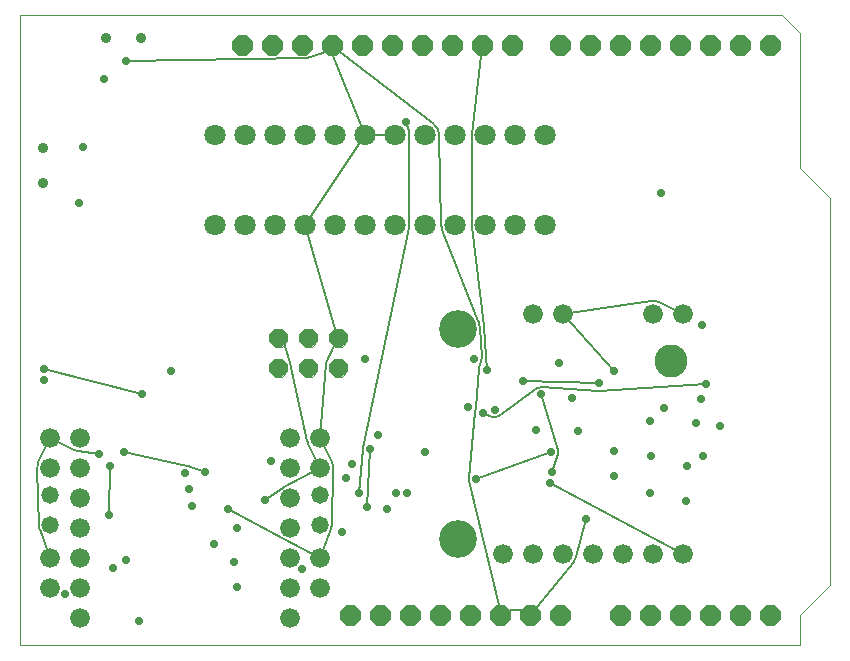
<source format=gbr>
%FSLAX44Y44*%
%OFA0.0000B0.0000*%
%SFA1B1*%
%MOMM*%
%ADD40C,0.0010X0.0000*%
%ADD41C,0.1524X0.0000*%
%ADD43C,0.0000X0.0000*%
%ADD56C,0.7000X0.0000*%
%ADD57C,0.9000X0.0000*%
%ADD58C,1.6764X0.0000*%
%ADD59C,3.2000X0.0000*%
%ADD60C,2.8000X0.0000*%
%ADD61C,1.3970X0.0000*%
%ADD62C,1.4732X0.0000*%
%ADD63C,1.8000X0.0000*%
%LNBOTTOM342*%
%LPD*%
G36*
X525018Y511472D2*
X529928Y516382D1*
X536872Y516382D1*
X541782Y511472D1*
X541782Y504528D1*
X536872Y499618D1*
X529928Y499618D1*
X525018Y504528D1*
X525018Y511472D1*
G37*
%LNBOTTOM343*%
%LPD*%
G36*
X499618Y28872D2*
X504528Y33782D1*
X511472Y33782D1*
X516382Y28872D1*
X516382Y21928D1*
X511472Y17018D1*
X504528Y17018D1*
X499618Y21928D1*
X499618Y28872D1*
G37*
%LNBOTTOM344*%
%LPD*%
G36*
X550418Y511472D2*
X555328Y516382D1*
X562272Y516382D1*
X567182Y511472D1*
X567182Y504528D1*
X562272Y499618D1*
X555328Y499618D1*
X550418Y504528D1*
X550418Y511472D1*
G37*
%LNBOTTOM345*%
%LPD*%
G36*
X575818Y511472D2*
X580728Y516382D1*
X587672Y516382D1*
X592582Y511472D1*
X592582Y504528D1*
X587672Y499618D1*
X580728Y499618D1*
X575818Y504528D1*
X575818Y511472D1*
G37*
%LNBOTTOM346*%
%LPD*%
G36*
X601218Y511472D2*
X606128Y516382D1*
X613072Y516382D1*
X617982Y511472D1*
X617982Y504528D1*
X613072Y499618D1*
X606128Y499618D1*
X601218Y504528D1*
X601218Y511472D1*
G37*
%LNBOTTOM347*%
%LPD*%
G36*
X626618Y511472D2*
X631528Y516382D1*
X638472Y516382D1*
X643382Y511472D1*
X643382Y504528D1*
X638472Y499618D1*
X631528Y499618D1*
X626618Y504528D1*
X626618Y511472D1*
G37*
%LNBOTTOM348*%
%LPD*%
G36*
X499618Y511472D2*
X504528Y516382D1*
X511472Y516382D1*
X516382Y511472D1*
X516382Y504528D1*
X511472Y499618D1*
X504528Y499618D1*
X499618Y504528D1*
X499618Y511472D1*
G37*
%LNBOTTOM349*%
%LPD*%
G36*
X474218Y511472D2*
X479128Y516382D1*
X486072Y516382D1*
X490982Y511472D1*
X490982Y504528D1*
X486072Y499618D1*
X479128Y499618D1*
X474218Y504528D1*
X474218Y511472D1*
G37*
%LNBOTTOM350*%
%LPD*%
G36*
X448818Y511472D2*
X453728Y516382D1*
X460672Y516382D1*
X465582Y511472D1*
X465582Y504528D1*
X460672Y499618D1*
X453728Y499618D1*
X448818Y504528D1*
X448818Y511472D1*
G37*
%LNBOTTOM351*%
%LPD*%
G36*
X408178Y511472D2*
X413088Y516382D1*
X420032Y516382D1*
X424942Y511472D1*
X424942Y504528D1*
X420032Y499618D1*
X413088Y499618D1*
X408178Y504528D1*
X408178Y511472D1*
G37*
%LNBOTTOM352*%
%LPD*%
G36*
X382778Y511472D2*
X387688Y516382D1*
X394632Y516382D1*
X399542Y511472D1*
X399542Y504528D1*
X394632Y499618D1*
X387688Y499618D1*
X382778Y504528D1*
X382778Y511472D1*
G37*
%LNBOTTOM353*%
%LPD*%
G36*
X357378Y511472D2*
X362288Y516382D1*
X369232Y516382D1*
X374142Y511472D1*
X374142Y504528D1*
X369232Y499618D1*
X362288Y499618D1*
X357378Y504528D1*
X357378Y511472D1*
G37*
%LNBOTTOM354*%
%LPD*%
G36*
X331978Y511472D2*
X336888Y516382D1*
X343832Y516382D1*
X348742Y511472D1*
X348742Y504528D1*
X343832Y499618D1*
X336888Y499618D1*
X331978Y504528D1*
X331978Y511472D1*
G37*
%LNBOTTOM355*%
%LPD*%
G36*
X306578Y511472D2*
X311488Y516382D1*
X318432Y516382D1*
X323342Y511472D1*
X323342Y504528D1*
X318432Y499618D1*
X311488Y499618D1*
X306578Y504528D1*
X306578Y511472D1*
G37*
%LNBOTTOM356*%
%LPD*%
G36*
X281178Y511472D2*
X286088Y516382D1*
X293032Y516382D1*
X297942Y511472D1*
X297942Y504528D1*
X293032Y499618D1*
X286088Y499618D1*
X281178Y504528D1*
X281178Y511472D1*
G37*
%LNBOTTOM357*%
%LPD*%
G36*
X255778Y511472D2*
X260688Y516382D1*
X267632Y516382D1*
X272542Y511472D1*
X272542Y504528D1*
X267632Y499618D1*
X260688Y499618D1*
X255778Y504528D1*
X255778Y511472D1*
G37*
%LNBOTTOM358*%
%LPD*%
G36*
X230378Y511472D2*
X235288Y516382D1*
X242232Y516382D1*
X247142Y511472D1*
X247142Y504528D1*
X242232Y499618D1*
X235288Y499618D1*
X230378Y504528D1*
X230378Y511472D1*
G37*
%LNBOTTOM359*%
%LPD*%
G36*
X525018Y28872D2*
X529928Y33782D1*
X536872Y33782D1*
X541782Y28872D1*
X541782Y21928D1*
X536872Y17018D1*
X529928Y17018D1*
X525018Y21928D1*
X525018Y28872D1*
G37*
%LNBOTTOM360*%
%LPD*%
G36*
X550418Y28872D2*
X555328Y33782D1*
X562272Y33782D1*
X567182Y28872D1*
X567182Y21928D1*
X562272Y17018D1*
X555328Y17018D1*
X550418Y21928D1*
X550418Y28872D1*
G37*
%LNBOTTOM361*%
%LPD*%
G36*
X575818Y28872D2*
X580728Y33782D1*
X587672Y33782D1*
X592582Y28872D1*
X592582Y21928D1*
X587672Y17018D1*
X580728Y17018D1*
X575818Y21928D1*
X575818Y28872D1*
G37*
%LNBOTTOM362*%
%LPD*%
G36*
X601218Y28872D2*
X606128Y33782D1*
X613072Y33782D1*
X617982Y28872D1*
X617982Y21928D1*
X613072Y17018D1*
X606128Y17018D1*
X601218Y21928D1*
X601218Y28872D1*
G37*
%LNBOTTOM363*%
%LPD*%
G36*
X626618Y28872D2*
X631528Y33782D1*
X638472Y33782D1*
X643382Y28872D1*
X643382Y21928D1*
X638472Y17018D1*
X631528Y17018D1*
X626618Y21928D1*
X626618Y28872D1*
G37*
%LNBOTTOM364*%
%LPD*%
G36*
X448818Y28872D2*
X453728Y33782D1*
X460672Y33782D1*
X465582Y28872D1*
X465582Y21928D1*
X460672Y17018D1*
X453728Y17018D1*
X448818Y21928D1*
X448818Y28872D1*
G37*
%LNBOTTOM365*%
%LPD*%
G36*
X423418Y28872D2*
X428328Y33782D1*
X435272Y33782D1*
X440182Y28872D1*
X440182Y21928D1*
X435272Y17018D1*
X428328Y17018D1*
X423418Y21928D1*
X423418Y28872D1*
G37*
%LNBOTTOM366*%
%LPD*%
G36*
X398018Y28872D2*
X402928Y33782D1*
X409872Y33782D1*
X414782Y28872D1*
X414782Y21928D1*
X409872Y17018D1*
X402928Y17018D1*
X398018Y21928D1*
X398018Y28872D1*
G37*
%LNBOTTOM367*%
%LPD*%
G36*
X372618Y28872D2*
X377528Y33782D1*
X384472Y33782D1*
X389382Y28872D1*
X389382Y21928D1*
X384472Y17018D1*
X377528Y17018D1*
X372618Y21928D1*
X372618Y28872D1*
G37*
%LNBOTTOM368*%
%LPD*%
G36*
X347218Y28872D2*
X352128Y33782D1*
X359072Y33782D1*
X363982Y28872D1*
X363982Y21928D1*
X359072Y17018D1*
X352128Y17018D1*
X347218Y21928D1*
X347218Y28872D1*
G37*
%LNBOTTOM369*%
%LPD*%
G36*
X321818Y28872D2*
X326728Y33782D1*
X333672Y33782D1*
X338582Y28872D1*
X338582Y21928D1*
X333672Y17018D1*
X326728Y17018D1*
X321818Y21928D1*
X321818Y28872D1*
G37*
%LNBOTTOM370*%
%LPD*%
G36*
X204978Y511472D2*
X209888Y516382D1*
X216832Y516382D1*
X221742Y511472D1*
X221742Y504528D1*
X216832Y499618D1*
X209888Y499618D1*
X204978Y504528D1*
X204978Y511472D1*
G37*
%LNBOTTOM371*%
%LPD*%
G36*
X179578Y511472D2*
X184488Y516382D1*
X191432Y516382D1*
X196342Y511472D1*
X196342Y504528D1*
X191432Y499618D1*
X184488Y499618D1*
X179578Y504528D1*
X179578Y511472D1*
G37*
%LNBOTTOM372*%
%LPD*%
G36*
X296418Y28872D2*
X301328Y33782D1*
X308272Y33782D1*
X313182Y28872D1*
X313182Y21928D1*
X308272Y17018D1*
X301328Y17018D1*
X296418Y21928D1*
X296418Y28872D1*
G37*
%LNBOTTOM373*%
%LPD*%
G36*
X271018Y28872D2*
X275928Y33782D1*
X282872Y33782D1*
X287782Y28872D1*
X287782Y21928D1*
X282872Y17018D1*
X275928Y17018D1*
X271018Y21928D1*
X271018Y28872D1*
G37*
%LNBOTTOM374*%
%LPD*%
G36*
X210900Y238073D2*
X215317Y242490D1*
X221563Y242490D1*
X225980Y238073D1*
X225980Y231827D1*
X221563Y227410D1*
X215317Y227410D1*
X210900Y231827D1*
X210900Y238073D1*
G37*
%LNBOTTOM375*%
%LPD*%
G36*
X210900Y263473D2*
X215317Y267890D1*
X221563Y267890D1*
X225980Y263473D1*
X225980Y257227D1*
X221563Y252810D1*
X215317Y252810D1*
X210900Y257227D1*
X210900Y263473D1*
G37*
%LNBOTTOM376*%
%LPD*%
G36*
X236300Y238073D2*
X240717Y242490D1*
X246963Y242490D1*
X251380Y238073D1*
X251380Y231827D1*
X246963Y227410D1*
X240717Y227410D1*
X236300Y231827D1*
X236300Y238073D1*
G37*
%LNBOTTOM377*%
%LPD*%
G36*
X236300Y263473D2*
X240717Y267890D1*
X246963Y267890D1*
X251380Y263473D1*
X251380Y257227D1*
X246963Y252810D1*
X240717Y252810D1*
X236300Y257227D1*
X236300Y263473D1*
G37*
%LNBOTTOM378*%
%LPD*%
G36*
X261700Y238073D2*
X266117Y242490D1*
X272363Y242490D1*
X276780Y238073D1*
X276780Y231827D1*
X272363Y227410D1*
X266117Y227410D1*
X261700Y231827D1*
X261700Y238073D1*
G37*
%LNBOTTOM379*%
%LPD*%
G36*
X261700Y263473D2*
X266117Y267890D1*
X272363Y267890D1*
X276780Y263473D1*
X276780Y257227D1*
X272363Y252810D1*
X266117Y252810D1*
X261700Y257227D1*
X261700Y263473D1*
G37*
%LNBOTTOM*%
%LPD*%
G54D10*
G54D40*
X645160Y533400D2*
X0Y533400D1*
X660400Y518160D2*
X645160Y533400D1*
X660400Y403860D2*
X660400Y518160D1*
X685800Y378460D2*
X660400Y403860D1*
X685800Y50800D2*
X685800Y378460D1*
X660400Y25400D2*
X685800Y50800D1*
X660400Y0D2*
X660400Y25400D1*
X0Y0D2*
X660400Y0D1*
X0Y533400D2*
X0Y0D1*
G54D41*
X399634Y193576D2*
X391413Y196801D1*
G75*
G01X399634Y193576D2*
G03X405648Y194342I2307J5881D1*
G74*
X437487Y217414D2*
X405648Y194342D1*
G75*
G01X441589Y218604D2*
G03X437487Y217414I-395J-6305D1*
G74*
X489402Y215608D2*
X441589Y218604D1*
G75*
G01X489402Y215608D2*
G03X490192Y215608I395J6305D1*
G74*
X580741Y221275D2*
X490192Y215608D1*
X328857Y435063D2*
X326467Y443383D1*
G75*
G01X329317Y431800D2*
G03X328857Y435063I-11817J0D1*
G74*
X329317Y355600D2*
X329317Y431800D1*
G75*
G01X329067Y353183D2*
G03X329317Y355600I-11567J2417D1*
G74*
X290213Y167224D2*
X329067Y353183D1*
G75*
G01X290213Y167224D2*
G03X290101Y166460I6183J-1292D1*
G74*
X286939Y128736D2*
X290101Y166460D1*
X390505Y500380D2*
X391160Y508000D1*
X390505Y499618D2*
X390505Y500380D1*
G75*
G01X390485Y499280D2*
G03X390505Y499618I-2797J338D1*
G74*
X382491Y433155D2*
X390485Y499280D1*
G75*
G01X382491Y433155D2*
G03X382409Y431800I11209J-1355D1*
G74*
X382409Y355600D2*
X382409Y431800D1*
G75*
G01X382409Y355600D2*
G03X382490Y354252I11291J0D1*
G74*
X392554Y270582D2*
X382490Y354252D1*
G75*
G01X392672Y269266D2*
G03X392554Y270582I-21832J-1296D1*
G74*
X394805Y233319D2*
X392672Y269266D1*
X293348Y116644D2*
X296396Y165932D1*
X141865Y151686D2*
X156735Y146733D1*
G75*
G01X141865Y151686D2*
G03X141223Y151863I-1996J-5993D1*
G74*
X88253Y163485D2*
X141223Y151863D1*
X561340Y77470D2*
X448854Y137330D1*
X223636Y133909D2*
X254000Y149860D1*
G75*
G01X223636Y133909D2*
G03X222742Y133382I4964J-9449D1*
G74*
X207155Y123148D2*
X222742Y133382D1*
X243948Y170322D2*
X254000Y149860D1*
G75*
G01X243057Y172878D2*
G03X243948Y170322I10943J2382D1*
G74*
X228733Y238672D2*
X243057Y172878D1*
G75*
G01X228733Y238672D2*
G03X228678Y238882I-2753J-599D1*
G74*
X224261Y253619D2*
X228678Y238882D1*
G75*
G01X224261Y253619D2*
G03X223573Y254784I-2698J-809D1*
G74*
X223555Y254802D2*
X223573Y254784D1*
X223016Y255341D2*
X223555Y254802D1*
X218440Y260350D2*
X223016Y255341D1*
X386046Y140807D2*
X449226Y163767D1*
X455202Y161719D2*
X449926Y146321D1*
G75*
G01X455202Y161719D2*
G03X455274Y165590I-5976J2048D1*
G74*
X441194Y212299D2*
X455274Y165590D1*
X489797Y221913D2*
X425230Y223658D1*
X459740Y280670D2*
X502859Y232354D1*
X534294Y291747D2*
X459740Y280670D1*
G75*
G01X540878Y290722D2*
G03X534294Y291747I-4938J-10052D1*
G74*
X561340Y280670D2*
X540878Y290722D1*
X470601Y74738D2*
X478665Y106794D1*
G75*
G01X468457Y70439D2*
G03X470601Y74738I-8717J7031D1*
G74*
X437465Y32013D2*
X468457Y70439D1*
G75*
G01X437282Y31808D2*
G03X437465Y32013I-2010J1974D1*
G74*
X437264Y31790D2*
X437282Y31808D1*
X436725Y31251D2*
X437264Y31790D1*
X431800Y25400D2*
X436725Y31251D1*
X424496Y28872D2*
X431800Y25400D1*
X423957Y29411D2*
X424496Y28872D1*
X423943Y29425D2*
X423957Y29411D1*
G75*
G01X423943Y29425D2*
G03X423399Y29634I-525J-553D1*
G74*
X414243Y29411D2*
X423399Y29634D1*
X413704Y28872D2*
X414243Y29411D1*
X406400Y25400D2*
X413704Y28872D1*
X405745Y33020D2*
X406400Y25400D1*
X405745Y33782D2*
X405745Y33020D1*
G75*
G01X405745Y33782D2*
G03X405664Y34454I-2817J0D1*
G74*
X379911Y139300D2*
X405664Y34454D1*
G75*
G01X379758Y141410D2*
G03X379911Y139300I6288J-603D1*
G74*
X385125Y197404D2*
X379758Y141410D1*
G75*
G01X385144Y197576D2*
G03X385125Y197404I6269J-775D1*
G74*
X385550Y200865D2*
X385144Y197576D1*
G75*
G01X385550Y200865D2*
G03X385573Y201076I-6269J775D1*
G74*
X388513Y233883D2*
X385573Y201076D1*
G75*
G01X388721Y235020D2*
G03X388513Y233883I6084J-1701D1*
G74*
X390395Y241003D2*
X388721Y235020D1*
G75*
G01X390395Y241003D2*
G03X390617Y243073I-6084J1701D1*
G74*
X389100Y269037D2*
X390617Y243073D1*
G75*
G01X389100Y269037D2*
G03X387829Y274747I-18260J-1067D1*
G74*
X357324Y351222D2*
X387829Y274747D1*
G75*
G01X356486Y355327D2*
G03X357324Y351222I11814J273D1*
G74*
X354714Y432073D2*
X356486Y355327D1*
G75*
G01X354714Y432073D2*
G03X350116Y441158I-11814J-273D1*
G74*
X270822Y502297D2*
X350116Y441158D1*
G75*
G01X270568Y502518D2*
G03X270822Y502297I1974J2010D1*
G74*
X270550Y502536D2*
X270568Y502518D1*
X270011Y503075D2*
X270550Y502536D1*
X264160Y508000D2*
X270011Y503075D1*
X264815Y500380D2*
X264160Y508000D1*
X264815Y499618D2*
X264815Y500380D1*
G75*
G01X264815Y499618D2*
G03X265022Y498559I2817J0D1*
G74*
X292100Y431800D2*
X265022Y498559D1*
X317500Y431800D2*
X292100Y431800D1*
X241300Y355600D2*
X292100Y431800D1*
X266848Y268104D2*
X241300Y355600D1*
G75*
G01X266879Y267890D2*
G03X266848Y268104I-762J0D1*
G74*
X266879Y267128D2*
X266879Y267890D1*
X269240Y260350D2*
X266879Y267128D1*
X266116Y253888D2*
X269240Y260350D1*
X265577Y253349D2*
X266116Y253888D1*
X259137Y239243D2*
X265577Y253349D1*
G75*
G01X259137Y239243D2*
G03X258891Y238291I2563J-1170D1*
G74*
X254000Y175260D2*
X258891Y238291D1*
X264052Y154798D2*
X254000Y175260D1*
G75*
G01X265193Y149502D2*
G03X264052Y154798I-11193J358D1*
G74*
X263652Y101291D2*
X265193Y149502D1*
G75*
G01X263062Y98262D2*
G03X263652Y101291I-9062J3338D1*
G74*
X254000Y73660D2*
X263062Y98262D1*
X223636Y89611D2*
X254000Y73660D1*
X223554Y89655D2*
X223636Y89611D1*
X176052Y115141D2*
X223554Y89655D1*
X76017Y151939D2*
X74769Y110177D1*
X49154Y164183D2*
X66917Y161544D1*
G75*
G01X45862Y165208D2*
G03X49154Y164183I4938J10052D1*
G74*
X25400Y175260D2*
X45862Y165208D1*
X15348Y154798D2*
X25400Y175260D1*
G75*
G01X15348Y154798D2*
G03X14207Y149502I10052J-4938D1*
G74*
X15748Y101291D2*
X14207Y149502D1*
G75*
G01X15748Y101291D2*
G03X16338Y98262I9652J309D1*
G74*
X25400Y73660D2*
X16338Y98262D1*
X103420Y212695D2*
X20010Y233797D1*
X258309Y503075D2*
X264160Y508000D1*
X257770Y502536D2*
X258309Y503075D1*
X257752Y502518D2*
X257770Y502536D1*
G75*
G01X256641Y501846D2*
G03X257752Y502518I-863J2682D1*
G74*
X242934Y497437D2*
X256641Y501846D1*
G75*
G01X242271Y497327D2*
G03X242934Y497437I-39J2291D1*
G74*
X89180Y494745D2*
X242271Y497327D1*
G54D43*
X261700Y263473D2*
X266117Y267890D1*
X272363Y267890*
X276780Y263473*
X276780Y257227*
X272363Y252810*
X266117Y252810*
X261700Y257227*
X261700Y263473*
X261700Y238073D2*
X266117Y242490D1*
X272363Y242490*
X276780Y238073*
X276780Y231827*
X272363Y227410*
X266117Y227410*
X261700Y231827*
X261700Y238073*
X236300Y263473D2*
X240717Y267890D1*
X246963Y267890*
X251380Y263473*
X251380Y257227*
X246963Y252810*
X240717Y252810*
X236300Y257227*
X236300Y263473*
X236300Y238073D2*
X240717Y242490D1*
X246963Y242490*
X251380Y238073*
X251380Y231827*
X246963Y227410*
X240717Y227410*
X236300Y231827*
X236300Y238073*
X210900Y263473D2*
X215317Y267890D1*
X221563Y267890*
X225980Y263473*
X225980Y257227*
X221563Y252810*
X215317Y252810*
X210900Y257227*
X210900Y263473*
X210900Y238073D2*
X215317Y242490D1*
X221563Y242490*
X225980Y238073*
X225980Y231827*
X221563Y227410*
X215317Y227410*
X210900Y231827*
X210900Y238073*
X271018Y28872D2*
X275928Y33782D1*
X282872Y33782*
X287782Y28872*
X287782Y21928*
X282872Y17018*
X275928Y17018*
X271018Y21928*
X271018Y28872*
X296418Y28872D2*
X301328Y33782D1*
X308272Y33782*
X313182Y28872*
X313182Y21928*
X308272Y17018*
X301328Y17018*
X296418Y21928*
X296418Y28872*
X179578Y511472D2*
X184488Y516382D1*
X191432Y516382*
X196342Y511472*
X196342Y504528*
X191432Y499618*
X184488Y499618*
X179578Y504528*
X179578Y511472*
X204978Y511472D2*
X209888Y516382D1*
X216832Y516382*
X221742Y511472*
X221742Y504528*
X216832Y499618*
X209888Y499618*
X204978Y504528*
X204978Y511472*
X321818Y28872D2*
X326728Y33782D1*
X333672Y33782*
X338582Y28872*
X338582Y21928*
X333672Y17018*
X326728Y17018*
X321818Y21928*
X321818Y28872*
X347218Y28872D2*
X352128Y33782D1*
X359072Y33782*
X363982Y28872*
X363982Y21928*
X359072Y17018*
X352128Y17018*
X347218Y21928*
X347218Y28872*
X372618Y28872D2*
X377528Y33782D1*
X384472Y33782*
X389382Y28872*
X389382Y21928*
X384472Y17018*
X377528Y17018*
X372618Y21928*
X372618Y28872*
X398018Y28872D2*
X402928Y33782D1*
X409872Y33782*
X414782Y28872*
X414782Y21928*
X409872Y17018*
X402928Y17018*
X398018Y21928*
X398018Y28872*
X423418Y28872D2*
X428328Y33782D1*
X435272Y33782*
X440182Y28872*
X440182Y21928*
X435272Y17018*
X428328Y17018*
X423418Y21928*
X423418Y28872*
X448818Y28872D2*
X453728Y33782D1*
X460672Y33782*
X465582Y28872*
X465582Y21928*
X460672Y17018*
X453728Y17018*
X448818Y21928*
X448818Y28872*
X626618Y28872D2*
X631528Y33782D1*
X638472Y33782*
X643382Y28872*
X643382Y21928*
X638472Y17018*
X631528Y17018*
X626618Y21928*
X626618Y28872*
X601218Y28872D2*
X606128Y33782D1*
X613072Y33782*
X617982Y28872*
X617982Y21928*
X613072Y17018*
X606128Y17018*
X601218Y21928*
X601218Y28872*
X575818Y28872D2*
X580728Y33782D1*
X587672Y33782*
X592582Y28872*
X592582Y21928*
X587672Y17018*
X580728Y17018*
X575818Y21928*
X575818Y28872*
X550418Y28872D2*
X555328Y33782D1*
X562272Y33782*
X567182Y28872*
X567182Y21928*
X562272Y17018*
X555328Y17018*
X550418Y21928*
X550418Y28872*
X525018Y28872D2*
X529928Y33782D1*
X536872Y33782*
X541782Y28872*
X541782Y21928*
X536872Y17018*
X529928Y17018*
X525018Y21928*
X525018Y28872*
X230378Y511472D2*
X235288Y516382D1*
X242232Y516382*
X247142Y511472*
X247142Y504528*
X242232Y499618*
X235288Y499618*
X230378Y504528*
X230378Y511472*
X255778Y511472D2*
X260688Y516382D1*
X267632Y516382*
X272542Y511472*
X272542Y504528*
X267632Y499618*
X260688Y499618*
X255778Y504528*
X255778Y511472*
X281178Y511472D2*
X286088Y516382D1*
X293032Y516382*
X297942Y511472*
X297942Y504528*
X293032Y499618*
X286088Y499618*
X281178Y504528*
X281178Y511472*
X306578Y511472D2*
X311488Y516382D1*
X318432Y516382*
X323342Y511472*
X323342Y504528*
X318432Y499618*
X311488Y499618*
X306578Y504528*
X306578Y511472*
X331978Y511472D2*
X336888Y516382D1*
X343832Y516382*
X348742Y511472*
X348742Y504528*
X343832Y499618*
X336888Y499618*
X331978Y504528*
X331978Y511472*
X357378Y511472D2*
X362288Y516382D1*
X369232Y516382*
X374142Y511472*
X374142Y504528*
X369232Y499618*
X362288Y499618*
X357378Y504528*
X357378Y511472*
X382778Y511472D2*
X387688Y516382D1*
X394632Y516382*
X399542Y511472*
X399542Y504528*
X394632Y499618*
X387688Y499618*
X382778Y504528*
X382778Y511472*
X408178Y511472D2*
X413088Y516382D1*
X420032Y516382*
X424942Y511472*
X424942Y504528*
X420032Y499618*
X413088Y499618*
X408178Y504528*
X408178Y511472*
X448818Y511472D2*
X453728Y516382D1*
X460672Y516382*
X465582Y511472*
X465582Y504528*
X460672Y499618*
X453728Y499618*
X448818Y504528*
X448818Y511472*
X474218Y511472D2*
X479128Y516382D1*
X486072Y516382*
X490982Y511472*
X490982Y504528*
X486072Y499618*
X479128Y499618*
X474218Y504528*
X474218Y511472*
X499618Y511472D2*
X504528Y516382D1*
X511472Y516382*
X516382Y511472*
X516382Y504528*
X511472Y499618*
X504528Y499618*
X499618Y504528*
X499618Y511472*
X626618Y511472D2*
X631528Y516382D1*
X638472Y516382*
X643382Y511472*
X643382Y504528*
X638472Y499618*
X631528Y499618*
X626618Y504528*
X626618Y511472*
X601218Y511472D2*
X606128Y516382D1*
X613072Y516382*
X617982Y511472*
X617982Y504528*
X613072Y499618*
X606128Y499618*
X601218Y504528*
X601218Y511472*
X575818Y511472D2*
X580728Y516382D1*
X587672Y516382*
X592582Y511472*
X592582Y504528*
X587672Y499618*
X580728Y499618*
X575818Y504528*
X575818Y511472*
X550418Y511472D2*
X555328Y516382D1*
X562272Y516382*
X567182Y511472*
X567182Y504528*
X562272Y499618*
X555328Y499618*
X550418Y504528*
X550418Y511472*
X499618Y28872D2*
X504528Y33782D1*
X511472Y33782*
X516382Y28872*
X516382Y21928*
X511472Y17018*
X504528Y17018*
X499618Y21928*
X499618Y28872*
X525018Y511472D2*
X529928Y516382D1*
X536872Y516382*
X541782Y511472*
X541782Y504528*
X536872Y499618*
X529928Y499618*
X525018Y504528*
X525018Y511472*
G54D56*
X70729Y479076D3*
X142574Y132397D3*
X391413Y196801D3*
X580741Y221275D3*
X533186Y128900D3*
X563695Y121916D3*
X576286Y208151D3*
X326467Y443383D3*
X286939Y128736D3*
X318198Y128664D3*
X310556Y114993D3*
X394805Y233319D3*
X293348Y116644D3*
X238801Y64954D3*
X296396Y165932D3*
X275568Y141442D3*
X20005Y224742D3*
X127569Y232014D3*
X280558Y153060D3*
X156735Y146733D3*
X88253Y163485D3*
X302934Y178170D3*
X577256Y271295D3*
X564428Y151775D3*
X50021Y374770D3*
X292131Y242042D3*
X572235Y188294D3*
X534273Y160274D3*
X183334Y49640D3*
X212176Y156305D3*
X502955Y142866D3*
X384311Y242704D3*
X100926Y20771D3*
X342897Y163998D3*
X437048Y182421D3*
X456321Y238803D3*
X272050Y95727D3*
X53089Y421593D3*
X542408Y382489D3*
X592495Y185479D3*
X467229Y208945D3*
X503116Y164512D3*
X89851Y71919D3*
X471892Y180967D3*
X181088Y70370D3*
X401941Y199457D3*
X448854Y137330D3*
X327772Y128699D3*
X78917Y65590D3*
X37817Y43193D3*
X183344Y98841D3*
X164219Y85552D3*
X145265Y117543D3*
X139869Y145693D3*
X207155Y123148D3*
X533365Y189874D3*
X379281Y201640D3*
X544800Y200622D3*
X577766Y160567D3*
X89180Y494745D3*
X20010Y233797D3*
X103420Y212695D3*
X66917Y161544D3*
X74769Y110177D3*
X76017Y151939D3*
X176052Y115141D3*
X478665Y106794D3*
X502859Y232354D3*
X425230Y223658D3*
X489797Y221913D3*
X449926Y146321D3*
X441194Y212299D3*
X449226Y163767D3*
X386046Y140807D3*
G54D57*
X72630Y514350D3*
X102630Y514350D3*
X19050Y391400D3*
X19050Y421400D3*
G54D58*
X561340Y280670D3*
X535940Y280670D3*
X459740Y280670D3*
X434340Y280670D3*
X408940Y77470D3*
X434340Y77470D3*
X459740Y77470D3*
X485140Y77470D3*
X510540Y77470D3*
X535940Y77470D3*
X561340Y77470D3*
X254000Y175260D3*
X254000Y149860D3*
X254000Y73660D3*
X254000Y48260D3*
X50800Y22860D3*
X50800Y48260D3*
X50800Y73660D3*
X50800Y99060D3*
X50800Y124460D3*
X50800Y149860D3*
X50800Y175260D3*
X25400Y175260D3*
X25400Y149860D3*
X25400Y73660D3*
X25400Y48260D3*
X228600Y22860D3*
X228600Y48260D3*
X228600Y73660D3*
X228600Y99060D3*
X228600Y124460D3*
X228600Y149860D3*
X228600Y175260D3*
G54D59*
X370840Y267970D3*
X370840Y90170D3*
G54D60*
X550672Y241046D3*
G54D61*
X25400Y127000D3*
X25400Y101600D3*
X254000Y127000D3*
X254000Y101600D3*
G54D62*
X25400Y127000D3*
X25400Y101600D3*
X254000Y127000D3*
X254000Y101600D3*
G54D63*
X165100Y431800D3*
X190500Y431800D3*
X215900Y431800D3*
X241300Y431800D3*
X266700Y431800D3*
X292100Y431800D3*
X317500Y431800D3*
X342900Y431800D3*
X368300Y431800D3*
X393700Y431800D3*
X419100Y431800D3*
X444500Y431800D3*
X444500Y355600D3*
X419100Y355600D3*
X393700Y355600D3*
X368300Y355600D3*
X342900Y355600D3*
X317500Y355600D3*
X292100Y355600D3*
X266700Y355600D3*
X241300Y355600D3*
X215900Y355600D3*
X190500Y355600D3*
X165100Y355600D3*
M02*

</source>
